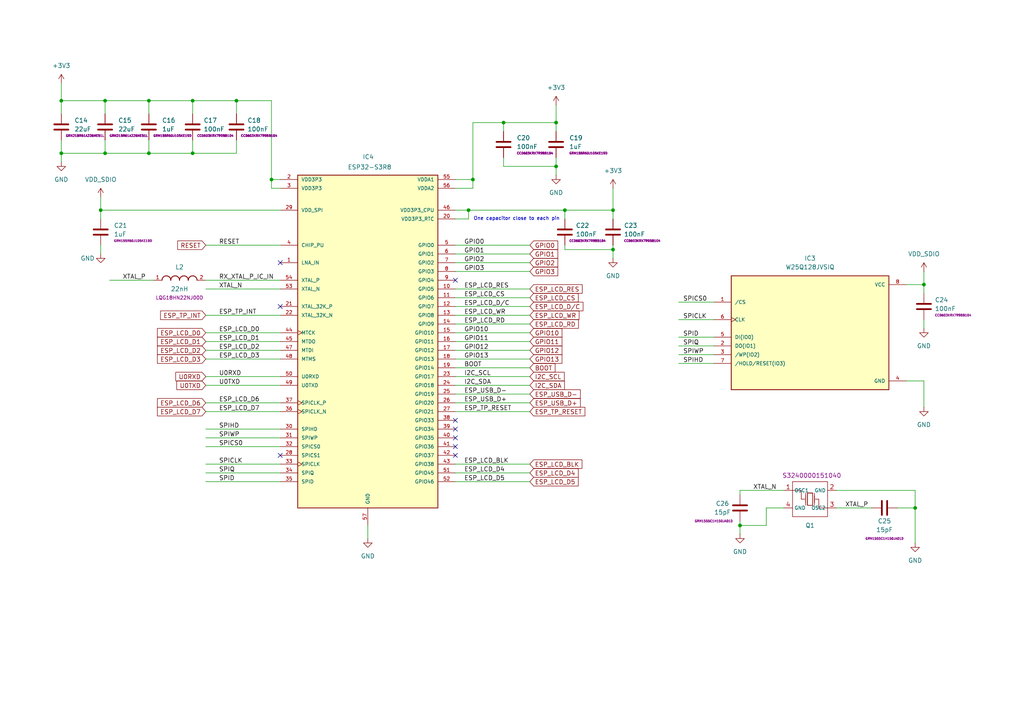
<source format=kicad_sch>
(kicad_sch (version 20250114) (generator "eeschema") (generator_version "9.0")
  (paper "A4")
  (lib_symbols
    (symbol "ESP32-S3R8:ESP32-S3R8" (pin_names (offset 1.016))
      (property "Reference" "IC" (at -1.016 52.07 0))
      (property "Value" "ESP32-S3R8" (at -6.096 50.292 0))
      (symbol "ESP32-S3R8_0_0"
        (rectangle (start -20.32 48.26) (end 20.32 -48.26) (stroke (width 0.254)) (fill (type background)))
        (pin power_in line (at -25.4 46.99 0) (length 5.08) (name "VDD3P3") (number "2"))
        (pin power_in line (at -25.4 44.45 0) (length 5.08) (name "VDD3P3") (number "3"))
        (pin power_in line (at -25.4 38.1 0) (length 5.08) (name "VDD_SPI") (number "29"))
        (pin input line (at -25.4 27.94 0) (length 5.08) (name "CHIP_PU") (number "4"))
        (pin bidirectional line (at -25.4 22.86 0) (length 5.08) (name "LNA_IN") (number "1"))
        (pin input line (at -25.4 17.78 0) (length 5.08) (name "XTAL_P") (number "54"))
        (pin output line (at -25.4 15.24 0) (length 5.08) (name "XTAL_N") (number "53"))
        (pin bidirectional line (at -25.4 10.16 0) (length 5.08) (name "XTAL_32K_P") (number "21"))
        (pin bidirectional line (at -25.4 7.62 0) (length 5.08) (name "XTAL_32K_N") (number "22"))
        (pin bidirectional clock (at -25.4 2.54 0) (length 5.08) (name "MTCK") (number "44"))
        (pin bidirectional line (at -25.4 0 0) (length 5.08) (name "MTDO") (number "45"))
        (pin bidirectional line (at -25.4 -2.54 0) (length 5.08) (name "MTDI") (number "47"))
        (pin bidirectional line (at -25.4 -5.08 0) (length 5.08) (name "MTMS") (number "48"))
        (pin bidirectional line (at -25.4 -10.16 0) (length 5.08) (name "U0RXD") (number "50"))
        (pin bidirectional line (at -25.4 -12.7 0) (length 5.08) (name "U0TXD") (number "49"))
        (pin bidirectional clock (at -25.4 -17.78 0) (length 5.08) (name "SPICLK_P") (number "37"))
        (pin bidirectional clock (at -25.4 -20.32 0) (length 5.08) (name "SPICLK_N") (number "36"))
        (pin bidirectional line (at -25.4 -25.4 0) (length 5.08) (name "SPIHD") (number "30"))
        (pin bidirectional line (at -25.4 -27.94 0) (length 5.08) (name "SPIWP") (number "31"))
        (pin bidirectional line (at -25.4 -30.48 0) (length 5.08) (name "SPICS0") (number "32"))
        (pin bidirectional line (at -25.4 -33.02 0) (length 5.08) (name "SPICS1") (number "28"))
        (pin bidirectional clock (at -25.4 -35.56 0) (length 5.08) (name "SPICLK") (number "33"))
        (pin bidirectional line (at -25.4 -38.1 0) (length 5.08) (name "SPIQ") (number "34"))
        (pin bidirectional line (at -25.4 -40.64 0) (length 5.08) (name "SPID") (number "35"))
        (pin power_in line (at 0 -53.34 90) (length 5.08) (name "GND") (number "57"))
        (pin power_in line (at 25.4 46.99 180) (length 5.08) (name "VDDA1") (number "55"))
        (pin power_in line (at 25.4 44.45 180) (length 5.08) (name "VDDA2") (number "56"))
        (pin power_in line (at 25.4 38.1 180) (length 5.08) (name "VDD3P3_CPU") (number "46"))
        (pin power_in line (at 25.4 35.56 180) (length 5.08) (name "VDD3P3_RTC") (number "20"))
        (pin bidirectional line (at 25.4 27.94 180) (length 5.08) (name "GPIO0") (number "5"))
        (pin bidirectional line (at 25.4 25.4 180) (length 5.08) (name "GPIO1") (number "6"))
        (pin bidirectional line (at 25.4 22.86 180) (length 5.08) (name "GPIO2") (number "7"))
        (pin bidirectional line (at 25.4 20.32 180) (length 5.08) (name "GPIO3") (number "8"))
        (pin bidirectional line (at 25.4 17.78 180) (length 5.08) (name "GPIO4") (number "9"))
        (pin bidirectional line (at 25.4 15.24 180) (length 5.08) (name "GPIO5") (number "10"))
        (pin bidirectional line (at 25.4 12.7 180) (length 5.08) (name "GPIO6") (number "11"))
        (pin bidirectional line (at 25.4 10.16 180) (length 5.08) (name "GPIO7") (number "12"))
        (pin bidirectional line (at 25.4 7.62 180) (length 5.08) (name "GPIO8") (number "13"))
        (pin bidirectional line (at 25.4 5.08 180) (length 5.08) (name "GPIO9") (number "14"))
        (pin bidirectional line (at 25.4 2.54 180) (length 5.08) (name "GPIO10") (number "15"))
        (pin bidirectional line (at 25.4 0 180) (length 5.08) (name "GPIO11") (number "16"))
        (pin bidirectional line (at 25.4 -2.54 180) (length 5.08) (name "GPIO12") (number "17"))
        (pin bidirectional line (at 25.4 -5.08 180) (length 5.08) (name "GPIO13") (number "18"))
        (pin bidirectional line (at 25.4 -7.62 180) (length 5.08) (name "GPIO14") (number "19"))
        (pin bidirectional line (at 25.4 -10.16 180) (length 5.08) (name "GPIO17") (number "23"))
        (pin bidirectional line (at 25.4 -12.7 180) (length 5.08) (name "GPIO18") (number "24"))
        (pin bidirectional line (at 25.4 -15.24 180) (length 5.08) (name "GPIO19") (number "25"))
        (pin bidirectional line (at 25.4 -17.78 180) (length 5.08) (name "GPIO20") (number "26"))
        (pin bidirectional line (at 25.4 -20.32 180) (length 5.08) (name "GPIO21") (number "27"))
        (pin bidirectional line (at 25.4 -22.86 180) (length 5.08) (name "GPIO33") (number "38"))
        (pin bidirectional line (at 25.4 -25.4 180) (length 5.08) (name "GPIO34") (number "39"))
        (pin bidirectional line (at 25.4 -27.94 180) (length 5.08) (name "GPIO35") (number "40"))
        (pin bidirectional line (at 25.4 -30.48 180) (length 5.08) (name "GPIO36") (number "41"))
        (pin bidirectional line (at 25.4 -33.02 180) (length 5.08) (name "GPIO37") (number "42"))
        (pin bidirectional line (at 25.4 -35.56 180) (length 5.08) (name "GPIO38") (number "43"))
        (pin bidirectional line (at 25.4 -38.1 180) (length 5.08) (name "GPIO45") (number "51"))
        (pin bidirectional line (at 25.4 -40.64 180) (length 5.08) (name "GPIO46") (number "52"))
      )
    )
    (symbol "LQG18HN22NJ00D:LQG18HN22NJ00D" (pin_names (offset 1.016))
      (property "Reference" "L" (at -7.62 5.08 0))
      (property "Value" "22nH" (at -7.62 2.54 0))
      (property "Footprint Name" "LQG18HN22NJ00D" (at -0.762 -2.032 0))
      (symbol "LQG18HN22NJ00D_0_0"
        (arc (start -5.08 0) (mid -3.81 1.2645) (end -2.54 0) (stroke (width 0.254)))
        (arc (start -2.54 0) (mid -1.27 1.2645) (end 0 0) (stroke (width 0.254)))
        (arc (start 0 0) (mid 1.27 1.2645) (end 2.54 0) (stroke (width 0.254)))
        (arc (start 2.54 0) (mid 3.81 1.2645) (end 5.08 0) (stroke (width 0.254)))
        (pin passive line (at -7.62 0 0) (length 2.54) (name "~") (number "1"))
        (pin passive line (at 7.62 0 180) (length 2.54) (name "~") (number "2"))
      )
    )
    (symbol "Project Capacitors:CC0603KRX7R9BB104" (pin_numbers (hide yes)) (pin_names (offset 0.254))
      (property "Reference" "C" (at 4.064 -3.048 0))
      (property "Value" "100nF" (at 6.604 -5.588 0))
      (property "Footprint Name" "CC0603KRX7R9BB104" (at 3.81 -7.366 0))
      (symbol "CC0603KRX7R9BB104_0_1"
        (polyline (pts (xy 2.413 2.667) (xy 2.413 -1.397)) (stroke (width 0.508)))
        (polyline (pts (xy 3.937 2.667) (xy 3.937 -1.397)) (stroke (width 0.508)))
      )
      (symbol "CC0603KRX7R9BB104_1_1"
        (pin passive line (at -0.635 0.635 0) (length 2.794) (name "~") (number "2"))
        (pin passive line (at 6.985 0.635 180) (length 2.794) (name "~") (number "1"))
      )
    )
    (symbol "Project Capacitors:GRM1555C1H150JA01D" (pin_numbers (hide yes)) (pin_names (offset 0.254))
      (property "Reference" "C" (at 0.635 2.54 0))
      (property "Value" "15pF" (at 0.635 -2.54 0))
      (property "Footprint Name" "GRM1555C1H150JA01D" (at 6.35 -4.318 0))
      (symbol "GRM1555C1H150JA01D_0_1"
        (polyline (pts (xy -2.032 0.762) (xy 2.032 0.762)) (stroke (width 0.508)))
        (polyline (pts (xy -2.032 -0.762) (xy 2.032 -0.762)) (stroke (width 0.508)))
      )
      (symbol "GRM1555C1H150JA01D_1_1"
        (pin passive line (at 0 3.81 270) (length 2.794) (name "~") (number "1"))
        (pin passive line (at 0 -3.81 90) (length 2.794) (name "~") (number "2"))
      )
    )
    (symbol "Project Capacitors:GRM155R60J105KE19D" (pin_numbers (hide yes)) (pin_names (offset 0.254))
      (property "Reference" "C" (at 0.635 2.54 0))
      (property "Value" "1uF" (at 0.635 -2.54 0))
      (property "Footprint Name" "GRM155R60J105KE19D" (at 6.35 -4.318 0))
      (symbol "GRM155R60J105KE19D_0_1"
        (polyline (pts (xy -2.032 0.762) (xy 2.032 0.762)) (stroke (width 0.508)))
        (polyline (pts (xy -2.032 -0.762) (xy 2.032 -0.762)) (stroke (width 0.508)))
      )
      (symbol "GRM155R60J105KE19D_1_1"
        (pin passive line (at 0 3.81 270) (length 2.794) (name "~") (number "1"))
        (pin passive line (at 0 -3.81 90) (length 2.794) (name "~") (number "2"))
      )
    )
    (symbol "Project Capacitors:GRM21BR61A226ME51L" (pin_numbers (hide yes)) (pin_names (offset 0.254))
      (property "Reference" "C" (at 0.635 2.54 0))
      (property "Value" "22uF" (at 0.635 -2.54 0))
      (property "Footprint Name" "GRM21BR61A226ME51L" (at 6.35 -4.318 0))
      (symbol "GRM21BR61A226ME51L_0_1"
        (polyline (pts (xy -2.032 0.762) (xy 2.032 0.762)) (stroke (width 0.508)))
        (polyline (pts (xy -2.032 -0.762) (xy 2.032 -0.762)) (stroke (width 0.508)))
      )
      (symbol "GRM21BR61A226ME51L_1_1"
        (pin passive line (at 0 3.81 270) (length 2.794) (name "~") (number "1"))
        (pin passive line (at 0 -3.81 90) (length 2.794) (name "~") (number "2"))
      )
    )
    (symbol "S3240000151040:S3240000151040"
      (property "Reference" "Q" (at 0 6.096 0))
      (property "Footpirnt Name" "S3240000151040" (at 0.508 -6.858 0))
      (symbol "S3240000151040_1_0"
        (rectangle (start -5.08 5.08) (end 5.08 -5.08))
        (polyline (pts (xy -5.08 -2.54) (xy -2.54 -2.54) (xy -2.54 -2.54) (xy -2.54 0) (xy -2.54 0) (xy -1.524 0)))
        (polyline (pts (xy -1.27 -1.016) (xy -1.27 1.016)))
        (polyline (pts (xy -1.27 -1.778) (xy -1.27 1.778)))
        (polyline (pts (xy -0.762 -1.778) (xy -0.762 1.778) (xy -0.762 1.778) (xy 0.762 1.778) (xy 0.762 1.778) (xy 0.762 -1.778)))
        (polyline (pts (xy 0.762 1.778) (xy 0.762 -1.778) (xy 0.762 -1.778) (xy -0.762 -1.778) (xy -0.762 -1.778) (xy -0.762 1.778) (xy -0.762 1.778) (xy 0.762 1.778)))
        (polyline (pts (xy 0.762 -1.778) (xy -0.762 -1.778)))
        (polyline (pts (xy 1.27 -1.016) (xy 1.27 1.016)))
        (polyline (pts (xy 1.27 -1.778) (xy 1.27 1.778)))
        (polyline (pts (xy 5.08 2.54) (xy 2.54 2.54) (xy 2.54 2.54) (xy 2.54 0) (xy 2.54 0) (xy 1.524 0)))
        (pin unspecified line (at -7.62 2.54 0) (length 2.54) (name "GND") (number "4"))
        (pin input line (at -7.62 -2.54 0) (length 2.54) (name "OSC1") (number "1"))
        (pin output line (at 7.62 2.54 180) (length 2.54) (name "OSC2") (number "3"))
        (pin unspecified line (at 7.62 -2.54 180) (length 2.54) (name "GND") (number "2"))
      )
    )
    (symbol "W25Q128JVSIQ:W25Q128JVSIQ" (pin_names (offset 1.016))
      (property "Reference" "IC" (at -22.86 16.002 0))
      (property "Value" "W25Q128JVSIQ" (at -22.86 -20.32 0))
      (symbol "W25Q128JVSIQ_0_0"
        (rectangle (start -22.86 -17.78) (end 22.86 15.24) (stroke (width 0.254)) (fill (type background)))
        (pin input line (at -27.94 7.62 0) (length 5.08) (name "/CS") (number "1"))
        (pin input clock (at -27.94 2.54 0) (length 5.08) (name "CLK") (number "6"))
        (pin bidirectional line (at -27.94 -2.54 0) (length 5.08) (name "DI(IO0)") (number "5"))
        (pin bidirectional line (at -27.94 -5.08 0) (length 5.08) (name "DO(IO1)") (number "2"))
        (pin bidirectional line (at -27.94 -7.62 0) (length 5.08) (name "/WP(IO2)") (number "3"))
        (pin bidirectional line (at -27.94 -10.16 0) (length 5.08) (name "/HOLD/RESET(IO3)") (number "7"))
        (pin power_in line (at 27.94 12.7 180) (length 5.08) (name "VCC") (number "8"))
        (pin power_in line (at 27.94 -15.24 180) (length 5.08) (name "GND") (number "4"))
      )
    )
    (symbol "power:+3V3" (power) (pin_numbers (hide yes)) (pin_names (offset 0) (hide yes))
      (property "Value" "+3V3" (at 0 3.556 0))
      (symbol "+3V3_0_1"
        (polyline (pts (xy -0.762 1.27) (xy 0 2.54)))
        (polyline (pts (xy 0 2.54) (xy 0.762 1.27)))
        (polyline (pts (xy 0 0) (xy 0 2.54)))
      )
      (symbol "+3V3_1_1"
        (pin power_in line (at 0 0 90) (length 0) (name "~") (number "1"))
      )
    )
    (symbol "power:GND" (power) (pin_numbers (hide yes)) (pin_names (offset 0) (hide yes))
      (property "Value" "GND" (at 0 -3.81 0))
      (symbol "GND_0_1"
        (polyline (pts (xy 0 0) (xy 0 -1.27) (xy 1.27 -1.27) (xy 0 -2.54) (xy -1.27 -1.27) (xy 0 -1.27)))
      )
      (symbol "GND_1_1"
        (pin power_in line (at 0 0 270) (length 0) (name "~") (number "1"))
      )
    )
  )
  (text "One capacitor close to each pin" (at 149.86 63.5 0) (effects (font (size 1 1))))
  (junction (at 55.88 44.45))
  (junction (at 43.18 29.21))
  (junction (at 177.8 60.96))
  (junction (at 135.89 60.96))
  (junction (at 78.74 52.07))
  (junction (at 55.88 29.21))
  (junction (at 163.83 60.96))
  (junction (at 137.16 52.07))
  (junction (at 214.63 152.4))
  (junction (at 177.8 72.39))
  (junction (at 267.97 82.55))
  (junction (at 68.58 29.21))
  (junction (at 17.78 44.45))
  (junction (at 43.18 44.45))
  (junction (at 29.21 60.96))
  (junction (at 161.29 35.56))
  (junction (at 30.48 29.21))
  (junction (at 146.05 35.56))
  (junction (at 17.78 29.21))
  (junction (at 161.29 48.26))
  (junction (at 30.48 44.45))
  (junction (at 265.43 147.32))
  (no_connect (at 132.08 121.92))
  (no_connect (at 81.28 132.08))
  (no_connect (at 132.08 132.08))
  (no_connect (at 132.08 129.54))
  (no_connect (at 81.28 88.9))
  (no_connect (at 132.08 81.28))
  (no_connect (at 132.08 127))
  (no_connect (at 132.08 124.46))
  (no_connect (at 81.28 76.2))
  (wire (pts (xy 132.08 54.61) (xy 137.16 54.61)))
  (wire (pts (xy 132.08 78.74) (xy 153.67 78.74)))
  (wire (pts (xy 163.83 72.39) (xy 177.8 72.39)))
  (wire (pts (xy 106.68 152.4) (xy 106.68 156.21)))
  (wire (pts (xy 55.88 29.21) (xy 68.58 29.21)))
  (wire (pts (xy 161.29 35.56) (xy 161.29 38.1)))
  (wire (pts (xy 222.25 147.32) (xy 222.25 152.4)))
  (wire (pts (xy 262.89 110.49) (xy 267.97 110.49)))
  (wire (pts (xy 137.16 35.56) (xy 146.05 35.56)))
  (wire (pts (xy 214.63 142.24) (xy 214.63 143.51)))
  (wire (pts (xy 17.78 44.45) (xy 17.78 46.99)))
  (wire (pts (xy 132.08 96.52) (xy 153.67 96.52)))
  (wire (pts (xy 68.58 29.21) (xy 78.74 29.21)))
  (wire (pts (xy 262.89 82.55) (xy 267.97 82.55)))
  (wire (pts (xy 161.29 30.48) (xy 161.29 35.56)))
  (wire (pts (xy 267.97 78.74) (xy 267.97 82.55)))
  (wire (pts (xy 81.28 116.84) (xy 59.69 116.84)))
  (wire (pts (xy 146.05 48.26) (xy 161.29 48.26)))
  (wire (pts (xy 43.18 29.21) (xy 43.18 33.02)))
  (wire (pts (xy 132.08 71.12) (xy 153.67 71.12)))
  (wire (pts (xy 137.16 54.61) (xy 137.16 52.07)))
  (wire (pts (xy 132.08 116.84) (xy 153.67 116.84)))
  (wire (pts (xy 177.8 60.96) (xy 177.8 63.5)))
  (wire (pts (xy 81.28 99.06) (xy 59.69 99.06)))
  (wire (pts (xy 135.89 63.5) (xy 135.89 60.96)))
  (wire (pts (xy 177.8 72.39) (xy 177.8 74.93)))
  (wire (pts (xy 81.28 124.46) (xy 59.69 124.46)))
  (wire (pts (xy 81.28 104.14) (xy 59.69 104.14)))
  (wire (pts (xy 267.97 110.49) (xy 267.97 118.11)))
  (wire (pts (xy 31.75 81.28) (xy 44.45 81.28)))
  (wire (pts (xy 17.78 24.13) (xy 17.78 29.21)))
  (wire (pts (xy 132.08 86.36) (xy 153.67 86.36)))
  (wire (pts (xy 78.74 54.61) (xy 78.74 52.07)))
  (wire (pts (xy 196.85 92.71) (xy 207.01 92.71)))
  (wire (pts (xy 222.25 152.4) (xy 214.63 152.4)))
  (wire (pts (xy 30.48 29.21) (xy 43.18 29.21)))
  (wire (pts (xy 132.08 139.7) (xy 153.67 139.7)))
  (wire (pts (xy 242.57 147.32) (xy 252.73 147.32)))
  (wire (pts (xy 17.78 29.21) (xy 30.48 29.21)))
  (wire (pts (xy 17.78 29.21) (xy 17.78 33.02)))
  (wire (pts (xy 132.08 52.07) (xy 137.16 52.07)))
  (wire (pts (xy 260.35 147.32) (xy 265.43 147.32)))
  (wire (pts (xy 132.08 91.44) (xy 153.67 91.44)))
  (wire (pts (xy 135.89 60.96) (xy 163.83 60.96)))
  (wire (pts (xy 81.28 101.6) (xy 59.69 101.6)))
  (wire (pts (xy 29.21 71.12) (xy 29.21 73.66)))
  (wire (pts (xy 132.08 76.2) (xy 153.67 76.2)))
  (wire (pts (xy 132.08 63.5) (xy 135.89 63.5)))
  (wire (pts (xy 196.85 105.41) (xy 207.01 105.41)))
  (wire (pts (xy 132.08 93.98) (xy 153.67 93.98)))
  (wire (pts (xy 214.63 152.4) (xy 214.63 154.94)))
  (wire (pts (xy 30.48 40.64) (xy 30.48 44.45)))
  (wire (pts (xy 177.8 54.61) (xy 177.8 60.96)))
  (wire (pts (xy 81.28 127) (xy 59.69 127)))
  (wire (pts (xy 132.08 134.62) (xy 153.67 134.62)))
  (wire (pts (xy 146.05 35.56) (xy 161.29 35.56)))
  (wire (pts (xy 55.88 29.21) (xy 55.88 33.02)))
  (wire (pts (xy 196.85 100.33) (xy 207.01 100.33)))
  (wire (pts (xy 196.85 97.79) (xy 207.01 97.79)))
  (wire (pts (xy 163.83 60.96) (xy 177.8 60.96)))
  (wire (pts (xy 81.28 54.61) (xy 78.74 54.61)))
  (wire (pts (xy 30.48 44.45) (xy 43.18 44.45)))
  (wire (pts (xy 132.08 83.82) (xy 153.67 83.82)))
  (wire (pts (xy 222.25 147.32) (xy 227.33 147.32)))
  (wire (pts (xy 81.28 139.7) (xy 59.69 139.7)))
  (wire (pts (xy 132.08 106.68) (xy 153.67 106.68)))
  (wire (pts (xy 214.63 151.13) (xy 214.63 152.4)))
  (wire (pts (xy 132.08 109.22) (xy 153.67 109.22)))
  (wire (pts (xy 196.85 102.87) (xy 207.01 102.87)))
  (wire (pts (xy 196.85 87.63) (xy 207.01 87.63)))
  (wire (pts (xy 17.78 40.64) (xy 17.78 44.45)))
  (wire (pts (xy 265.43 142.24) (xy 265.43 147.32)))
  (wire (pts (xy 214.63 142.24) (xy 227.33 142.24)))
  (wire (pts (xy 267.97 92.71) (xy 267.97 95.25)))
  (wire (pts (xy 68.58 33.02) (xy 68.58 29.21)))
  (wire (pts (xy 55.88 44.45) (xy 68.58 44.45)))
  (wire (pts (xy 132.08 73.66) (xy 153.67 73.66)))
  (wire (pts (xy 43.18 44.45) (xy 55.88 44.45)))
  (wire (pts (xy 132.08 111.76) (xy 153.67 111.76)))
  (wire (pts (xy 81.28 111.76) (xy 59.69 111.76)))
  (wire (pts (xy 132.08 119.38) (xy 153.67 119.38)))
  (wire (pts (xy 81.28 134.62) (xy 59.69 134.62)))
  (wire (pts (xy 81.28 137.16) (xy 59.69 137.16)))
  (wire (pts (xy 29.21 60.96) (xy 29.21 63.5)))
  (wire (pts (xy 81.28 81.28) (xy 59.69 81.28)))
  (wire (pts (xy 132.08 88.9) (xy 153.67 88.9)))
  (wire (pts (xy 161.29 48.26) (xy 161.29 50.8)))
  (wire (pts (xy 132.08 60.96) (xy 135.89 60.96)))
  (wire (pts (xy 17.78 44.45) (xy 30.48 44.45)))
  (wire (pts (xy 68.58 44.45) (xy 68.58 40.64)))
  (wire (pts (xy 132.08 101.6) (xy 153.67 101.6)))
  (wire (pts (xy 59.69 71.12) (xy 81.28 71.12)))
  (wire (pts (xy 242.57 142.24) (xy 265.43 142.24)))
  (wire (pts (xy 265.43 147.32) (xy 265.43 157.48)))
  (wire (pts (xy 132.08 99.06) (xy 153.67 99.06)))
  (wire (pts (xy 81.28 109.22) (xy 59.69 109.22)))
  (wire (pts (xy 29.21 60.96) (xy 81.28 60.96)))
  (wire (pts (xy 161.29 45.72) (xy 161.29 48.26)))
  (wire (pts (xy 78.74 52.07) (xy 78.74 29.21)))
  (wire (pts (xy 81.28 52.07) (xy 78.74 52.07)))
  (wire (pts (xy 146.05 45.72) (xy 146.05 48.26)))
  (wire (pts (xy 81.28 83.82) (xy 59.69 83.82)))
  (wire (pts (xy 132.08 114.3) (xy 153.67 114.3)))
  (wire (pts (xy 55.88 40.64) (xy 55.88 44.45)))
  (wire (pts (xy 43.18 29.21) (xy 55.88 29.21)))
  (wire (pts (xy 137.16 52.07) (xy 137.16 35.56)))
  (wire (pts (xy 267.97 82.55) (xy 267.97 85.09)))
  (wire (pts (xy 132.08 137.16) (xy 153.67 137.16)))
  (wire (pts (xy 146.05 38.1) (xy 146.05 35.56)))
  (wire (pts (xy 132.08 104.14) (xy 153.67 104.14)))
  (wire (pts (xy 81.28 119.38) (xy 59.69 119.38)))
  (wire (pts (xy 163.83 71.12) (xy 163.83 72.39)))
  (wire (pts (xy 81.28 129.54) (xy 59.69 129.54)))
  (wire (pts (xy 59.69 96.52) (xy 81.28 96.52)))
  (wire (pts (xy 163.83 60.96) (xy 163.83 63.5)))
  (wire (pts (xy 29.21 57.15) (xy 29.21 60.96)))
  (wire (pts (xy 177.8 72.39) (xy 177.8 71.12)))
  (wire (pts (xy 30.48 29.21) (xy 30.48 33.02)))
  (wire (pts (xy 81.28 91.44) (xy 59.69 91.44)))
  (wire (pts (xy 43.18 40.64) (xy 43.18 44.45)))
  (label "XTAL_N" (at 218.44 142.24 0))
  (label "ESP_LCD_BLK" (at 134.62 134.62 0))
  (label "GPIO2" (at 134.62 76.2 0))
  (label "SPICLK" (at 198.12 92.71 0))
  (label "ESP_TP_INT" (at 63.5 91.44 0))
  (label "ESP_LCD_D3" (at 63.5 104.14 0))
  (label "ESP_LCD_D{slash}C" (at 134.62 88.9 0))
  (label "SPIQ" (at 63.5 137.16 0))
  (label "ESP_USB_D-" (at 134.62 114.3 0))
  (label "GPIO1" (at 134.62 73.66 0))
  (label "ESP_LCD_D4" (at 134.62 137.16 0))
  (label "BOOT" (at 134.62 106.68 0))
  (label "GPIO10" (at 134.62 96.52 0))
  (label "SPIHD" (at 198.12 105.41 0))
  (label "SPICS0" (at 63.5 129.54 0))
  (label "GPIO11" (at 134.62 99.06 0))
  (label "SPIWP" (at 198.12 102.87 0))
  (label "SPICS0" (at 198.12 87.63 0))
  (label "SPIQ" (at 198.12 100.33 0))
  (label "ESP_USB_D+" (at 134.62 116.84 0))
  (label "SPID" (at 63.5 139.7 0))
  (label "ESP_LCD_D2" (at 63.5 101.6 0))
  (label "U0RXD" (at 63.5 109.22 0))
  (label "ESP_LCD_D7" (at 63.5 119.38 0))
  (label "GPIO13" (at 134.62 104.14 0))
  (label "GPIO3" (at 134.62 78.74 0))
  (label "SPIHD" (at 63.5 124.46 0))
  (label "U0TXD" (at 63.5 111.76 0))
  (label "RESET" (at 63.5 71.12 0))
  (label "ESP_LCD_RD" (at 134.62 93.98 0))
  (label "SPICLK" (at 63.5 134.62 0))
  (label "ESP_LCD_D5" (at 134.62 139.7 0))
  (label "SPID" (at 198.12 97.79 0))
  (label "ESP_LCD_CS" (at 134.62 86.36 0))
  (label "RX_XTAL_P_IC_IN" (at 63.5 81.28 0))
  (label "XTAL_N" (at 63.5 83.82 0))
  (label "ESP_LCD_WR" (at 134.62 91.44 0))
  (label "I2C_SCL" (at 134.62 109.22 0))
  (label "GPIO12" (at 134.62 101.6 0))
  (label "ESP_LCD_D1" (at 63.5 99.06 0))
  (label "ESP_LCD_RES" (at 134.62 83.82 0))
  (label "I2C_SDA" (at 134.62 111.76 0))
  (label "ESP_LCD_D6" (at 63.5 116.84 0))
  (label "XTAL_P" (at 245.11 147.32 0))
  (label "ESP_LCD_D0" (at 63.5 96.52 0))
  (label "XTAL_P" (at 35.56 81.28 0))
  (label "ESP_TP_RESET" (at 134.62 119.38 0))
  (label "GPIO0" (at 134.62 71.12 0))
  (label "SPIWP" (at 63.5 127 0))
  (global_label "GPIO11" (shape input) (at 153.67 99.06 0) (property "Intersheetrefs" "${INTERSHEET_REFS}" (effects (hide yes))))
  (global_label "ESP_USB_D-" (shape input) (at 153.67 114.3 0) (property "Intersheetrefs" "${INTERSHEET_REFS}" (effects (hide yes))))
  (global_label "GPIO10" (shape input) (at 153.67 96.52 0) (property "Intersheetrefs" "${INTERSHEET_REFS}" (effects (hide yes))))
  (global_label "I2C_SDA" (shape input) (at 153.67 111.76 0) (property "Intersheetrefs" "${INTERSHEET_REFS}" (effects (hide yes))))
  (global_label "GPIO12" (shape input) (at 153.67 101.6 0) (property "Intersheetrefs" "${INTERSHEET_REFS}" (effects (hide yes))))
  (global_label "GPIO0" (shape input) (at 153.67 71.12 0) (property "Intersheetrefs" "${INTERSHEET_REFS}" (effects (hide yes))))
  (global_label "ESP_LCD_D1" (shape input) (at 59.69 99.06 180) (property "Intersheetrefs" "${INTERSHEET_REFS}" (effects (hide yes))))
  (global_label "BOOT" (shape input) (at 153.67 106.68 0) (property "Intersheetrefs" "${INTERSHEET_REFS}" (effects (hide yes))))
  (global_label "ESP_LCD_D3" (shape input) (at 59.69 104.14 180) (property "Intersheetrefs" "${INTERSHEET_REFS}" (effects (hide yes))))
  (global_label "ESP_LCD_D6" (shape input) (at 59.69 116.84 180) (property "Intersheetrefs" "${INTERSHEET_REFS}" (effects (hide yes))))
  (global_label "RESET" (shape input) (at 59.69 71.12 180) (property "Intersheetrefs" "${INTERSHEET_REFS}" (effects (hide yes))))
  (global_label "ESP_LCD_D{slash}C" (shape input) (at 153.67 88.9 0) (property "Intersheetrefs" "${INTERSHEET_REFS}" (effects (hide yes))))
  (global_label "ESP_LCD_BLK" (shape input) (at 153.67 134.62 0) (property "Intersheetrefs" "${INTERSHEET_REFS}" (effects (hide yes))))
  (global_label "U0TXD" (shape input) (at 59.69 111.76 180) (property "Intersheetrefs" "${INTERSHEET_REFS}" (effects (hide yes))))
  (global_label "ESP_TP_INT" (shape input) (at 59.69 91.44 180) (property "Intersheetrefs" "${INTERSHEET_REFS}" (effects (hide yes))))
  (global_label "GPIO1" (shape input) (at 153.67 73.66 0) (property "Intersheetrefs" "${INTERSHEET_REFS}" (effects (hide yes))))
  (global_label "U0RXD" (shape input) (at 59.69 109.22 180) (property "Intersheetrefs" "${INTERSHEET_REFS}" (effects (hide yes))))
  (global_label "ESP_LCD_D4" (shape input) (at 153.67 137.16 0) (property "Intersheetrefs" "${INTERSHEET_REFS}" (effects (hide yes))))
  (global_label "ESP_LCD_CS" (shape input) (at 153.67 86.36 0) (property "Intersheetrefs" "${INTERSHEET_REFS}" (effects (hide yes))))
  (global_label "ESP_LCD_D5" (shape input) (at 153.67 139.7 0) (property "Intersheetrefs" "${INTERSHEET_REFS}" (effects (hide yes))))
  (global_label "GPIO13" (shape input) (at 153.67 104.14 0) (property "Intersheetrefs" "${INTERSHEET_REFS}" (effects (hide yes))))
  (global_label "I2C_SCL" (shape input) (at 153.67 109.22 0) (property "Intersheetrefs" "${INTERSHEET_REFS}" (effects (hide yes))))
  (global_label "GPIO3" (shape input) (at 153.67 78.74 0) (property "Intersheetrefs" "${INTERSHEET_REFS}" (effects (hide yes))))
  (global_label "ESP_TP_RESET" (shape input) (at 153.67 119.38 0) (property "Intersheetrefs" "${INTERSHEET_REFS}" (effects (hide yes))))
  (global_label "ESP_LCD_WR" (shape input) (at 153.67 91.44 0) (property "Intersheetrefs" "${INTERSHEET_REFS}" (effects (hide yes))))
  (global_label "ESP_LCD_D7" (shape input) (at 59.69 119.38 180) (property "Intersheetrefs" "${INTERSHEET_REFS}" (effects (hide yes))))
  (global_label "ESP_LCD_RD" (shape input) (at 153.67 93.98 0) (property "Intersheetrefs" "${INTERSHEET_REFS}" (effects (hide yes))))
  (global_label "ESP_USB_D+" (shape input) (at 153.67 116.84 0) (property "Intersheetrefs" "${INTERSHEET_REFS}" (effects (hide yes))))
  (global_label "ESP_LCD_D2" (shape input) (at 59.69 101.6 180) (property "Intersheetrefs" "${INTERSHEET_REFS}" (effects (hide yes))))
  (global_label "ESP_LCD_RES" (shape input) (at 153.67 83.82 0) (property "Intersheetrefs" "${INTERSHEET_REFS}" (effects (hide yes))))
  (global_label "ESP_LCD_D0" (shape input) (at 59.69 96.52 180) (property "Intersheetrefs" "${INTERSHEET_REFS}" (effects (hide yes))))
  (global_label "GPIO2" (shape input) (at 153.67 76.2 0) (property "Intersheetrefs" "${INTERSHEET_REFS}" (effects (hide yes))))
  (symbol (lib_id "Project Capacitors:GRM155R60J105KE19D") (at 161.29 41.91 0) (unit 1)
    (property "Reference" "C19" (at 165.1 40.0049 0) (effects (justify left)))
    (property "Value" "1uF" (at 165.1 42.5449 0) (effects (justify left)))
    (property "Footprint" "GRM155R60J105KE19D:CAPC1005X55N" (effects (hide yes)))
    (property "Description" "Unpolarized capacitor" (effects (hide yes)))
    (property "Footprint Name" "GRM155R60J105KE19D" (at 165.1 44.45 0) (effects (font (size 0.635 0.635)) (justify left)))
  )
  (symbol (lib_id "power:+3V3") (at 29.21 57.15 0) (unit 1)
    (property "Reference" "#PWR024" (effects (hide yes)))
    (property "Value" "VDD_SDIO" (at 29.21 52.07 0))
    (property "Description" "Power symbol creates a global label with name \"+3V3\"" (effects (hide yes)))
  )
  (symbol (lib_id "W25Q128JVSIQ:W25Q128JVSIQ") (at 234.95 95.25 0) (unit 1)
    (property "Reference" "IC3" (at 234.95 74.93 0))
    (property "Value" "W25Q128JVSIQ" (at 234.95 77.47 0))
    (property "Footprint" "W25Q128JVSIQ:SOIC127P790X216-8N" (effects (hide yes)))
    (property "MF" "Winbond Electronics" (effects (hide yes)))
    (property "MAXIMUM_PACKAGE_HEIGHT" "2.16 mm" (effects (hide yes)))
    (property "Package" "SOIC-8 Winbond Electronics" (effects (hide yes)))
    (property "Price" "None" (effects (hide yes)))
    (property "Check_prices" "https://www.snapeda.com/parts/W25Q128JVSIQ/Winbond/view-part/?ref=eda" (effects (hide yes)))
    (property "STANDARD" "IPC-7351B" (effects (hide yes)))
    (property "PARTREV" "I" (effects (hide yes)))
    (property "SnapEDA_Link" "https://www.snapeda.com/parts/W25Q128JVSIQ/Winbond/view-part/?ref=snap" (effects (hide yes)))
    (property "MP" "W25Q128JVSIQ" (effects (hide yes)))
    (property "Description_1" "FLASH - NOR Memory IC 128Mb (16M x 8) SPI - Quad I/O, QPI, DTR 133 MHz 8-SOIC" (effects (hide yes)))
    (property "Availability" "In Stock" (effects (hide yes)))
    (property "MANUFACTURER" "Winbond Electronics" (effects (hide yes)))
  )
  (symbol (lib_id "Project Capacitors:GRM21BR61A226ME51L") (at 17.78 36.83 0) (unit 1)
    (property "Reference" "C14" (at 21.59 34.9249 0) (effects (justify left)))
    (property "Value" "22uF" (at 21.59 37.4649 0) (effects (justify left)))
    (property "Footprint" "GRM21BR61A226ME51L:CAPC2012X140N" (effects (hide yes)))
    (property "Description" "Unpolarized capacitor" (effects (hide yes)))
    (property "Footprint Name" "GRM21BR61A226ME51L" (at 19.05 39.37 0) (effects (font (size 0.635 0.635)) (justify left)))
  )
  (symbol (lib_id "Project Capacitors:CC0603KRX7R9BB104") (at 268.605 92.075 90) (unit 1)
    (property "Reference" "C24" (at 271.145 86.9949 90) (effects (justify right)))
    (property "Value" "100nF" (at 271.145 89.5349 90) (effects (justify right)))
    (property "Footprint" "CC0603KRX7R9BB104:CC0603KRX7R9BB104" (effects (hide yes)))
    (property "Description" "Unpolarized capacitor" (effects (hide yes)))
    (property "Footprint Name" "CC0603KRX7R9BB104" (at 271.145 91.44 90) (effects (font (size 0.635 0.635)) (justify right)))
  )
  (symbol (lib_id "power:GND") (at 267.97 95.25 0) (unit 1)
    (property "Reference" "#PWR028" (effects (hide yes)))
    (property "Value" "GND" (at 267.97 100.33 0))
    (property "Description" "Power symbol creates a global label with name \"GND\" , ground" (effects (hide yes)))
  )
  (symbol (lib_id "Project Capacitors:CC0603KRX7R9BB104") (at 178.435 70.485 90) (unit 1)
    (property "Reference" "C23" (at 180.975 65.4049 90) (effects (justify right)))
    (property "Value" "100nF" (at 180.975 67.9449 90) (effects (justify right)))
    (property "Footprint" "CC0603KRX7R9BB104:CC0603KRX7R9BB104" (effects (hide yes)))
    (property "Description" "Unpolarized capacitor" (effects (hide yes)))
    (property "Footprint Name" "CC0603KRX7R9BB104" (at 180.975 69.85 90) (effects (font (size 0.635 0.635)) (justify right)))
  )
  (symbol (lib_id "power:GND") (at 161.29 50.8 0) (unit 1)
    (property "Reference" "#PWR022" (effects (hide yes)))
    (property "Value" "GND" (at 161.29 55.88 0))
    (property "Description" "Power symbol creates a global label with name \"GND\" , ground" (effects (hide yes)))
  )
  (symbol (lib_id "Project Capacitors:GRM155R60J105KE19D") (at 43.18 36.83 0) (unit 1)
    (property "Reference" "C16" (at 46.99 34.9249 0) (effects (justify left)))
    (property "Value" "1uF" (at 46.99 37.4649 0) (effects (justify left)))
    (property "Footprint" "GRM155R60J105KE19D:CAPC1005X55N" (effects (hide yes)))
    (property "Description" "Unpolarized capacitor" (effects (hide yes)))
    (property "Footprint Name" "GRM155R60J105KE19D" (at 44.45 39.37 0) (effects (font (size 0.635 0.635)) (justify left)))
  )
  (symbol (lib_id "Project Capacitors:GRM155R60J105KE19D") (at 29.21 67.31 0) (unit 1)
    (property "Reference" "C21" (at 33.02 65.4049 0) (effects (justify left)))
    (property "Value" "1uF" (at 33.02 67.9449 0) (effects (justify left)))
    (property "Footprint" "GRM155R60J105KE19D:CAPC1005X55N" (effects (hide yes)))
    (property "Description" "Unpolarized capacitor" (effects (hide yes)))
    (property "Footprint Name" "GRM155R60J105KE19D" (at 33.02 69.85 0) (effects (font (size 0.635 0.635)) (justify left)))
  )
  (symbol (lib_id "Project Capacitors:CC0603KRX7R9BB104") (at 56.515 40.005 90) (unit 1)
    (property "Reference" "C17" (at 59.055 34.9249 90) (effects (justify right)))
    (property "Value" "100nF" (at 59.055 37.4649 90) (effects (justify right)))
    (property "Footprint" "CC0603KRX7R9BB104:CC0603KRX7R9BB104" (effects (hide yes)))
    (property "Description" "Unpolarized capacitor" (effects (hide yes)))
    (property "Footprint Name" "CC0603KRX7R9BB104" (at 57.15 39.37 90) (effects (font (size 0.635 0.635)) (justify right)))
  )
  (symbol (lib_id "Project Capacitors:CC0603KRX7R9BB104") (at 146.685 45.085 90) (unit 1)
    (property "Reference" "C20" (at 149.86 40.0049 90) (effects (justify right)))
    (property "Value" "100nF" (at 149.86 42.5449 90) (effects (justify right)))
    (property "Footprint" "CC0603KRX7R9BB104:CC0603KRX7R9BB104" (effects (hide yes)))
    (property "Description" "Unpolarized capacitor" (effects (hide yes)))
    (property "Footprint Name" "CC0603KRX7R9BB104" (at 149.86 44.45 90) (effects (font (size 0.635 0.635)) (justify right)))
  )
  (symbol (lib_id "ESP32-S3R8:ESP32-S3R8") (at 106.68 99.06 0) (unit 1)
    (property "Reference" "IC4" (at 105.156 46.228 0) (effects (justify left bottom)))
    (property "Value" "ESP32-S3R8" (at 100.838 47.752 0) (effects (justify left top)))
    (property "Footprint" "ESP32-S3R8:QFN40P700X700X90-57N" (effects (hide yes)))
    (property "MF" "Espressif Systems" (effects (hide yes)))
    (property "Description_1" "IC RF TxRx + MCU Bluetooth, WiFi 802.11b/g/n, Bluetooth v5.0 2.412GHz ~ 2.484GHz 56-VFQFN Exposed Pad" (effects (hide yes)))
    (property "Package" "None" (effects (hide yes)))
    (property "Price" "None" (effects (hide yes)))
    (property "Check_prices" "https://www.snapeda.com/parts/ESP32-S3R8/Espressif+Systems/view-part/?ref=eda" (effects (hide yes)))
    (property "SnapEDA_Link" "https://www.snapeda.com/parts/ESP32-S3R8/Espressif+Systems/view-part/?ref=snap" (effects (hide yes)))
    (property "MP" "ESP32-S3R8" (effects (hide yes)))
    (property "Availability" "In Stock" (effects (hide yes)))
    (property "Purchase-URL" "https://pricing.snapeda.com/search/part/ESP32-S3R8/?ref=eda" (effects (hide yes)))
  )
  (symbol (lib_id "Project Capacitors:GRM1555C1H150JA01D") (at 256.54 147.32 90) (mirror x) (unit 1)
    (property "Reference" "C25" (at 256.54 151.13 90))
    (property "Value" "15pF" (at 256.54 153.67 90))
    (property "Footprint" "GRM1555C1H150JA01D:CAPC1005X55N" (effects (hide yes)))
    (property "Description" "Unpolarized capacitor" (effects (hide yes)))
    (property "Footprint Name" "GRM1555C1H150JA01D" (at 256.54 156.21 90) (effects (font (size 0.635 0.635))))
  )
  (symbol (lib_id "power:GND") (at 177.8 74.93 0) (unit 1)
    (property "Reference" "#PWR026" (effects (hide yes)))
    (property "Value" "GND" (at 177.8 80.01 0))
    (property "Description" "Power symbol creates a global label with name \"GND\" , ground" (effects (hide yes)))
  )
  (symbol (lib_id "Project Capacitors:GRM21BR61A226ME51L") (at 30.48 36.83 0) (unit 1)
    (property "Reference" "C15" (at 34.29 34.9249 0) (effects (justify left)))
    (property "Value" "22uF" (at 34.29 37.4649 0) (effects (justify left)))
    (property "Footprint" "GRM21BR61A226ME51L:CAPC2012X140N" (effects (hide yes)))
    (property "Description" "Unpolarized capacitor" (effects (hide yes)))
    (property "Footprint Name" "GRM21BR61A226ME51L" (at 31.75 39.37 0) (effects (font (size 0.635 0.635)) (justify left)))
  )
  (symbol (lib_id "Project Capacitors:CC0603KRX7R9BB104") (at 164.465 70.485 90) (unit 1)
    (property "Reference" "C22" (at 167.005 65.4049 90) (effects (justify right)))
    (property "Value" "100nF" (at 167.005 67.9449 90) (effects (justify right)))
    (property "Footprint" "CC0603KRX7R9BB104:CC0603KRX7R9BB104" (effects (hide yes)))
    (property "Description" "Unpolarized capacitor" (effects (hide yes)))
    (property "Footprint Name" "CC0603KRX7R9BB104" (at 165.1 69.85 90) (effects (font (size 0.635 0.635)) (justify right)))
  )
  (symbol (lib_id "power:GND") (at 265.43 157.48 0) (unit 1)
    (property "Reference" "#PWR032" (effects (hide yes)))
    (property "Value" "GND" (at 265.43 162.56 0))
    (property "Description" "Power symbol creates a global label with name \"GND\" , ground" (effects (hide yes)))
  )
  (symbol (lib_id "power:+3V3") (at 177.8 54.61 0) (unit 1)
    (property "Reference" "#PWR023" (effects (hide yes)))
    (property "Value" "+3V3" (at 177.8 49.53 0))
    (property "Description" "Power symbol creates a global label with name \"+3V3\"" (effects (hide yes)))
  )
  (symbol (lib_id "power:+3V3") (at 267.97 78.74 0) (unit 1)
    (property "Reference" "#PWR027" (effects (hide yes)))
    (property "Value" "VDD_SDIO" (at 267.97 73.66 0))
    (property "Description" "Power symbol creates a global label with name \"+3V3\"" (effects (hide yes)))
  )
  (symbol (lib_id "power:GND") (at 17.78 46.99 0) (unit 1)
    (property "Reference" "#PWR021" (effects (hide yes)))
    (property "Value" "GND" (at 17.78 52.07 0))
    (property "Description" "Power symbol creates a global label with name \"GND\" , ground" (effects (hide yes)))
  )
  (symbol (lib_id "power:GND") (at 214.63 154.94 0) (unit 1)
    (property "Reference" "#PWR030" (effects (hide yes)))
    (property "Value" "GND" (at 214.63 160.02 0))
    (property "Description" "Power symbol creates a global label with name \"GND\" , ground" (effects (hide yes)))
  )
  (symbol (lib_id "S3240000151040:S3240000151040") (at 234.95 144.78 0) (mirror x) (unit 1)
    (property "Reference" "Q1" (at 234.95 152.4 0))
    (property "Value" "40MHz" (effects (hide yes)))
    (property "Footprint" "S3240000151040:CRYSTAL-SMD_4P-L3.2-W2.5-BL" (effects (hide yes)))
    (property "Datasheet" "https://atta.szlcsc.com/upload/public/pdf/source/20191012/C431172_99BCDFC5E39E114929AE7F9C9DED2B9F.pdf" (effects (hide yes)))
    (property "Description" "Crystal Type:贴片晶振 Frequency: Normal temperature Frequency Tolerance:±10ppm Normal temperature Frequency Tolerance:±10ppm External load capacitor: Equivalent Series Resistance (ESR):40Ω Operating Temperature: Operating Temperature:" (effects (hide yes)))
    (property "Manufacturer Part" "S3240000151040" (effects (hide yes)))
    (property "Manufacturer" "JGHC(晶光华)" (effects (hide yes)))
    (property "Supplier Part" "C426990" (effects (hide yes)))
    (property "Supplier" "LCSC" (effects (hide yes)))
    (property "LCSC Part Name" "40MHz ±10ppm 15pF" (effects (hide yes)))
    (property "Footpirnt Name" "S3240000151040" (at 235.458 137.922 0))
  )
  (symbol (lib_id "power:+3V3") (at 161.29 30.48 0) (unit 1)
    (property "Reference" "#PWR020" (effects (hide yes)))
    (property "Value" "+3V3" (at 161.29 25.4 0))
    (property "Description" "Power symbol creates a global label with name \"+3V3\"" (effects (hide yes)))
  )
  (symbol (lib_id "power:GND") (at 106.68 156.21 0) (unit 1)
    (property "Reference" "#PWR031" (effects (hide yes)))
    (property "Value" "GND" (at 106.68 161.29 0))
    (property "Description" "Power symbol creates a global label with name \"GND\" , ground" (effects (hide yes)))
  )
  (symbol (lib_id "power:GND") (at 267.97 118.11 0) (unit 1)
    (property "Reference" "#PWR029" (effects (hide yes)))
    (property "Value" "GND" (at 267.97 123.19 0))
    (property "Description" "Power symbol creates a global label with name \"GND\" , ground" (effects (hide yes)))
  )
  (symbol (lib_id "Project Capacitors:CC0603KRX7R9BB104") (at 69.215 40.005 90) (unit 1)
    (property "Reference" "C18" (at 71.755 34.9249 90) (effects (justify right)))
    (property "Value" "100nF" (at 71.755 37.4649 90) (effects (justify right)))
    (property "Footprint" "CC0603KRX7R9BB104:CC0603KRX7R9BB104" (effects (hide yes)))
    (property "Description" "Unpolarized capacitor" (effects (hide yes)))
    (property "Footprint Name" "CC0603KRX7R9BB104" (at 69.85 39.37 90) (effects (font (size 0.635 0.635)) (justify right)))
  )
  (symbol (lib_id "power:GND") (at 29.21 73.66 0) (unit 1)
    (property "Reference" "#PWR025" (effects (hide yes)))
    (property "Value" "GND" (at 25.4 74.93 0))
    (property "Description" "Power symbol creates a global label with name \"GND\" , ground" (effects (hide yes)))
  )
  (symbol (lib_id "Project Capacitors:GRM1555C1H150JA01D") (at 214.63 147.32 0) (mirror y) (unit 1)
    (property "Reference" "C26" (at 209.55 146.05 0))
    (property "Value" "15pF" (at 209.55 148.59 0))
    (property "Footprint" "GRM1555C1H150JA01D:CAPC1005X55N" (effects (hide yes)))
    (property "Description" "Unpolarized capacitor" (effects (hide yes)))
    (property "Footprint Name" "GRM1555C1H150JA01D" (at 207.01 151.13 0) (effects (font (size 0.635 0.635))))
  )
  (symbol (lib_id "power:+3V3") (at 17.78 24.13 0) (unit 1)
    (property "Reference" "#PWR019" (effects (hide yes)))
    (property "Value" "+3V3" (at 17.78 19.05 0))
    (property "Description" "Power symbol creates a global label with name \"+3V3\"" (effects (hide yes)))
  )
  (symbol (lib_id "LQG18HN22NJ00D:LQG18HN22NJ00D") (at 52.07 81.28 0) (unit 1)
    (property "Reference" "L2" (at 52.07 77.47 0))
    (property "Value" "22nH" (at 52.07 83.82 0))
    (property "Footprint" "LQG18HN22NJ00D:INDC1608X95N" (effects (hide yes)))
    (property "MF" "Murata Electronics" (effects (hide yes)))
    (property "Description_1" "Inductor with Inductance: 22nH Tol. +/-5%, Package: 0603 (1608)" (effects (hide yes)))
    (property "Package" "1608 Murata" (effects (hide yes)))
    (property "Price" "None" (effects (hide yes)))
    (property "SnapEDA_Link" "https://www.snapeda.com/parts/LQG18HN22NJ00D/Murata+Electronics+North+America/view-part/?ref=snap" (effects (hide yes)))
    (property "MP" "LQG18HN22NJ00D" (effects (hide yes)))
    (property "Availability" "In Stock" (effects (hide yes)))
    (property "Check_prices" "https://www.snapeda.com/parts/LQG18HN22NJ00D/Murata+Electronics+North+America/view-part/?ref=eda" (effects (hide yes)))
    (property "Footprint Name" "LQG18HN22NJ00D" (at 52.07 86.36 0) (effects (font (size 1.016 1.016))))
  )
)
</source>
